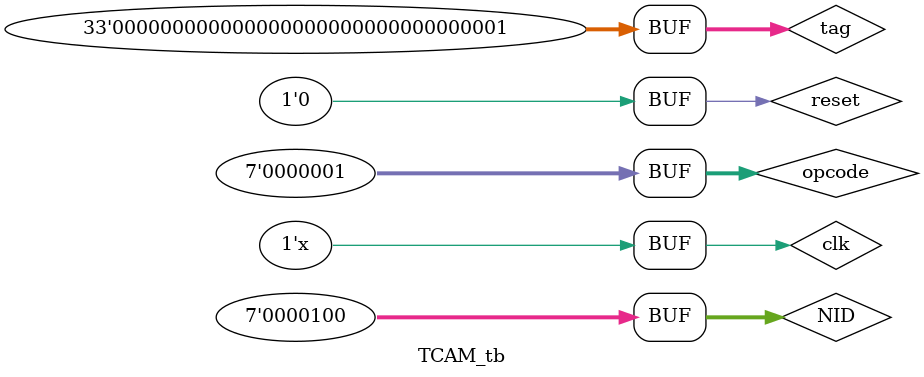
<source format=sv>
`timescale 1ns / 1ps

module TCAM_tb;

    // Define parameters
    parameter WIDTH = 33;
    
    // Inputs
    logic clk=1'b0;
    logic reset;
    logic [WIDTH-1:0] tag;
    logic [6:0] opcode;
    logic [6:0] NID;

    // Outputs
    logic [3:0] flag;

    // Instantiate the TCAM module
    TCAM #(WIDTH) dut (
        .clk(clk),
        .reset(reset),
        .tag(tag),
        .opcode(opcode),
        .NID(NID),
        .flag(flag)
    );

    // Clock generation
    always #5 clk = ~clk;

    // Reset generation
    initial begin
        reset = 1'b1;
        #10 reset = 1'b0;
    end

    // Test stimulus
    initial begin
        // Wait for a few clock cycles before applying inputs
        #0;
        
        // Apply test vectors
        // Example test vectors, replace with your own test cases
        tag = 33'hABCDEFF;
        opcode = 7'b0000_001; // READ_SHARED
        NID = 7'b0000_001; // RN1
        #20;
        
        tag = 33'h11223344;
        opcode = 7'b0000_111; // READ_UNIQUE
        NID = 7'b0000_010; // RN2
        #30;

        tag = 33'hABCDEFF;
        opcode = 7'b0000_001; // READ_SHARED
        NID = 7'b0000_100; // RN3
        #30;
        // Add more test cases as needed
        tag = 33'h11223341;
        opcode = 7'b0000_001; // READ_SHARED
        NID = 7'b0000_001; // RN3

        #30;
        tag = 33'h11223341;
        opcode = 7'b0000_001; // READ_SHARED
        NID = 7'b0001_000; // RN3
        #30;

        tag = 33'h11223314;
        opcode = 7'b0000_001; // READ_SHARED
        NID = 7'b0000_100; // RN3
        #30;

        tag = 33'h11223144;
        opcode = 7'b0000_001; // READ_SHARED
        NID = 7'b0000_100; // RN3
        #30;
        tag = 33'h00000001;
        opcode = 7'b0000_001; // READ_SHARED
        NID = 7'b0000_100; // RN3
        #30;
        // Finish simulation after a while
        #1000;
        
    end

    // Monitor for displaying outputs
    always @(posedge clk) begin
        $display("tag = %h, opcode = %b, NID = %b, flag = %b", tag, opcode, NID, flag);
    end

endmodule
</source>
